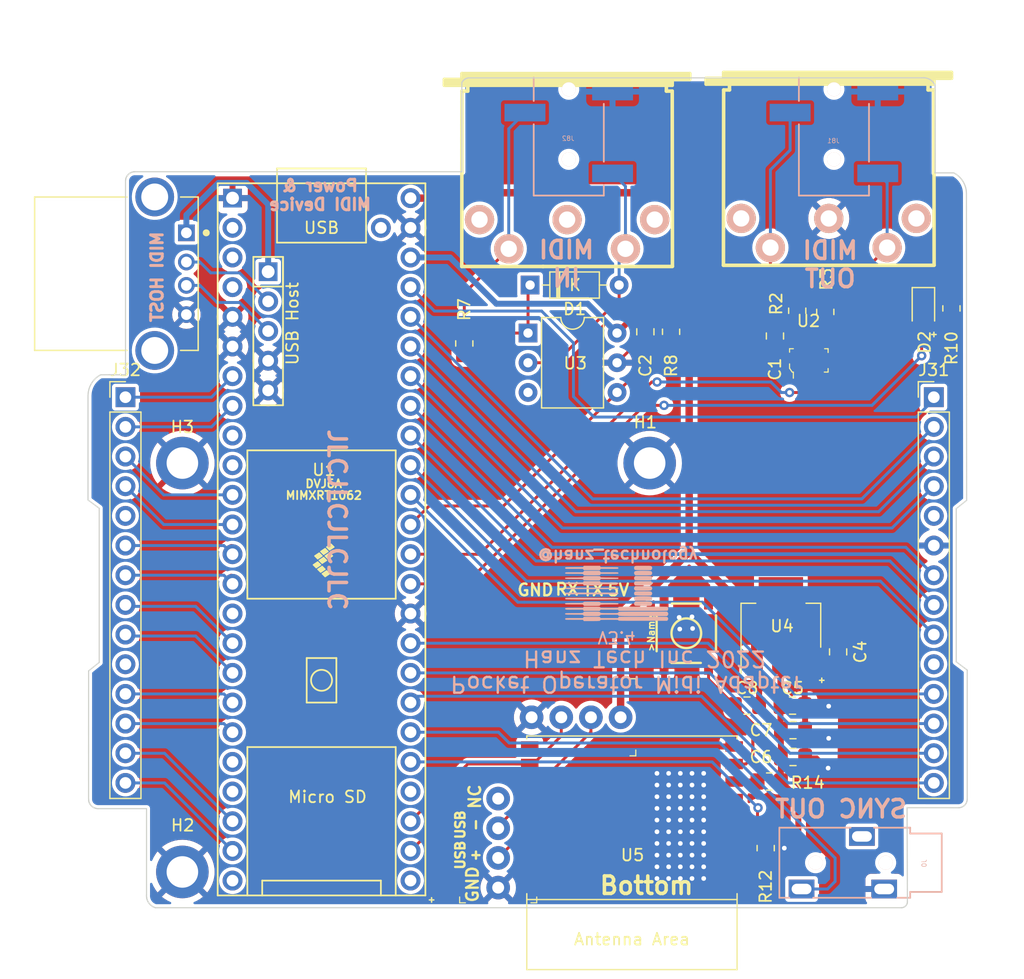
<source format=kicad_pcb>
(kicad_pcb (version 20211014) (generator pcbnew)
  (title_block (rev "3.4"))
  (layers (0 "F.Cu" signal) (31 "B.Cu" signal) (34 "B.Paste" user) (35 "F.Paste" user) (36 "B.SilkS" user "B.Silkscreen") (37 "F.SilkS" user "F.Silkscreen") (38 "B.Mask" user) (39 "F.Mask" user) (44 "Edge.Cuts" user))
  (net 0 "")
  (net 1 "Board_0-/bottom/3.3V")
  (net 2 "Board_0-/bottom/3.3V_ESP32")
  (net 3 "Board_0-/bottom/5V")
  (net 4 "Board_0-/bottom/ESP32_EN")
  (net 5 "Board_0-/bottom/GIPO_PATTERN")
  (net 6 "Board_0-/bottom/GND")
  (net 7 "Board_0-/bottom/GPIO_1")
  (net 8 "Board_0-/bottom/GPIO_10")
  (net 9 "Board_0-/bottom/GPIO_11")
  (net 10 "Board_0-/bottom/GPIO_12")
  (net 11 "Board_0-/bottom/GPIO_13")
  (net 12 "Board_0-/bottom/GPIO_14")
  (net 13 "Board_0-/bottom/GPIO_15")
  (net 14 "Board_0-/bottom/GPIO_16")
  (net 15 "Board_0-/bottom/GPIO_2")
  (net 16 "Board_0-/bottom/GPIO_3")
  (net 17 "Board_0-/bottom/GPIO_4")
  (net 18 "Board_0-/bottom/GPIO_5")
  (net 19 "Board_0-/bottom/GPIO_6")
  (net 20 "Board_0-/bottom/GPIO_7")
  (net 21 "Board_0-/bottom/GPIO_8")
  (net 22 "Board_0-/bottom/GPIO_9")
  (net 23 "Board_0-/bottom/GPIO_BPM")
  (net 24 "Board_0-/bottom/GPIO_FX")
  (net 25 "Board_0-/bottom/GPIO_PLAY")
  (net 26 "Board_0-/bottom/GPIO_SOUND")
  (net 27 "Board_0-/bottom/GPIO_SPECIAL")
  (net 28 "Board_0-/bottom/GPIO_WRITE")
  (net 29 "Board_0-/bottom/H_USB_5V")
  (net 30 "Board_0-/bottom/H_USB_D+")
  (net 31 "Board_0-/bottom/H_USB_D-")
  (net 32 "Board_0-/bottom/MIDI_1_BUF_OUT")
  (net 33 "Board_0-/bottom/MIDI_1_IN")
  (net 34 "Board_0-/bottom/MIDI_1_OUT")
  (net 35 "Board_0-/bottom/MIDI_IN_EXT")
  (net 36 "Board_0-/bottom/MIDI_OUT_EXT")
  (net 37 "Board_0-/bottom/SYNC_OUT")
  (net 38 "Board_0-Net-(C8-Pad1)")
  (net 39 "Board_0-Net-(D1-Pad1)")
  (net 40 "Board_0-Net-(D1-Pad2)")
  (net 41 "Board_0-Net-(D2-Pad1)")
  (net 42 "Board_0-Net-(D2-Pad2)")
  (net 43 "Board_0-Net-(J40-Pad4)")
  (net 44 "Board_0-Net-(J81-Pad2)")
  (net 45 "Board_0-Net-(J81-Pad3)")
  (net 46 "Board_0-Net-(J96-Pad2)")
  (net 47 "Board_0-Net-(J96-Pad3)")
  (net 48 "Board_0-Net-(R14-Pad1)")
  (net 49 "Board_0-unconnected-(J0-Pad3)")
  (net 50 "Board_0-unconnected-(J31-Pad10)")
  (net 51 "Board_0-unconnected-(J31-Pad5)")
  (net 52 "Board_0-unconnected-(J32-Pad10)")
  (net 53 "Board_0-unconnected-(J32-Pad5)")
  (net 54 "Board_0-unconnected-(J40-Pad1)")
  (net 55 "Board_0-unconnected-(J40-Pad2)")
  (net 56 "Board_0-unconnected-(J40-Pad3)")
  (net 57 "Board_0-unconnected-(J90-Pad1)")
  (net 58 "Board_0-unconnected-(J90-Pad3)")
  (net 59 "Board_0-unconnected-(J96-Pad4)")
  (net 60 "Board_0-unconnected-(U1-Pad10)")
  (net 61 "Board_0-unconnected-(U1-Pad15)")
  (net 62 "Board_0-unconnected-(U1-Pad2)")
  (net 63 "Board_0-unconnected-(U1-Pad20)")
  (net 64 "Board_0-unconnected-(U1-Pad21)")
  (net 65 "Board_0-unconnected-(U1-Pad24)")
  (net 66 "Board_0-unconnected-(U1-Pad25)")
  (net 67 "Board_0-unconnected-(U1-Pad28)")
  (net 68 "Board_0-unconnected-(U1-Pad3)")
  (net 69 "Board_0-unconnected-(U1-Pad4)")
  (net 70 "Board_0-unconnected-(U1-Pad49)")
  (net 71 "Board_0-unconnected-(U1-Pad9)")
  (net 72 "Board_0-unconnected-(U2-Pad1)")
  (net 73 "Board_0-unconnected-(U3-Pad3)")
  (net 74 "Board_0-unconnected-(U5-Pad10)")
  (net 75 "Board_0-unconnected-(U5-Pad15)")
  (net 76 "Board_0-unconnected-(U5-Pad16)")
  (net 77 "Board_0-unconnected-(U5-Pad17)")
  (net 78 "Board_0-unconnected-(U5-Pad18)")
  (net 79 "Board_0-unconnected-(U5-Pad3)")
  (net 80 "Board_0-unconnected-(U5-Pad4)")
  (net 81 "Board_0-unconnected-(U5-Pad5)")
  (net 82 "Board_0-unconnected-(U5-Pad6)")
  (footprint "Resistor_SMD:R_0805_2012Metric_Pad1.20x1.40mm_HandSolder" (layer "F.Cu") (at 185.90986 84.68 -90)
    (fp_text reference "R10")
    (fp_text value "50")
  )
  (footprint "Resistor_SMD:R_0805_2012Metric_Pad1.20x1.40mm_HandSolder" (layer "F.Cu") (at 175.10986 84.98 -90)
    (fp_text reference "R3")
    (fp_text value "220")
  )
  (footprint "Resistor_SMD:R_0805_2012Metric_Pad1.20x1.40mm_HandSolder" (layer "F.Cu") (at 170.00986 130.88 90)
    (fp_text reference "R12")
    (fp_text value "10K")
  )
  (footprint "MountingHole:MountingHole_2.7mm_M2.5_ISO7380_Pad" (layer "F.Cu") (at 120.1024 132.18)
    (fp_text reference "H2")
    (fp_text value "MountingHole_Pad")
  )
  (footprint "MountingHole:MountingHole_2.7mm_M2.5_ISO7380_Pad" (layer "F.Cu") (at 120.078 98.08)
    (fp_text reference "H3")
    (fp_text value "MountingHole_Pad")
  )
  (footprint "Resistor_SMD:R_0805_2012Metric_Pad1.20x1.40mm_HandSolder" (layer "F.Cu") (at 161.90986 86.68 -90)
    (fp_text reference "R8")
    (fp_text value "470")
  )
  (footprint "digikey-footprints:PinHeader_1x4_P2.54mm_Drill1.02mm" (layer "F.Cu") (at 147.10986 134.26 90)
    (fp_text reference "J96" hide)
    (fp_text value "0022232041")
  )
  (footprint "Capacitor_SMD:C_0805_2012Metric_Pad1.18x1.45mm_HandSolder" (layer "F.Cu") (at 159.70986 86.68 90)
    (fp_text reference "C2")
    (fp_text value "0.1uF")
  )
  (footprint "Espressif:ESP32-C3-WROOM-02" (layer "F.Cu") (at 158.55986 130.03 180)
    (fp_text reference "U5")
    (fp_text value "ESP32-C3-WROOM-02")
  )
  (footprint "Capacitor_SMD:C_0805_2012Metric_Pad1.18x1.45mm_HandSolder" (layer "F.Cu") (at 168.40986 118.68)
    (fp_text reference "C8")
    (fp_text value "0.1uF")
  )
  (footprint "Connector_PinHeader_2.54mm:PinHeader_1x14_P2.54mm_Vertical" (layer "F.Cu") (at 184.4024 92.28)
    (fp_text reference "J31")
    (fp_text value "Conn_01x14_Female")
  )
  (footprint "digikey-footprints:PinHeader_1x4_P2.54mm_Drill1.02mm" (layer "F.Cu") (at 157.58986 119.68 180)
    (fp_text reference "J99" hide)
    (fp_text value "0022232041")
  )
  (footprint "Capacitor_SMD:C_0805_2012Metric_Pad1.18x1.45mm_HandSolder" (layer "F.Cu") (at 170.8024 87.0425 90)
    (fp_text reference "C1")
    (fp_text value "0.1uF")
  )
  (footprint "digikey-footprints:SOT-753" (layer "F.Cu") (at 173.7024 89.13)
    (fp_text reference "U2")
    (fp_text value "SN74LVC1G07DBVR")
  )
  (footprint "Package_DIP:DIP-6_W7.62mm" (layer "F.Cu") (at 149.66588 86.7912)
    (fp_text reference "U3")
    (fp_text value "H11L1M")
  )
  (footprint "Teensy:Teensy41_poma" (layer "F.Cu") (at 131.98986 104.45 -90)
    (fp_text reference "U1")
    (fp_text value "Teensy4.1")
  )
  (footprint "Connector_PinHeader_2.54mm:PinHeader_1x14_P2.54mm_Vertical" (layer "F.Cu") (at 115.2024 92.28)
    (fp_text reference "J32")
    (fp_text value "Conn_01x14_Female")
  )
  (footprint "Package_TO_SOT_SMD:SOT-223" (layer "F.Cu") (at 171.30986 111.83 90)
    (fp_text reference "U4")
    (fp_text value "LM1117-3.3")
  )
  (footprint "Capacitor_SMD:C_0805_2012Metric_Pad1.18x1.45mm_HandSolder" (layer "F.Cu") (at 176.20986 114.08 90)
    (fp_text reference "C4")
    (fp_text value "1uF")
  )
  (footprint "poma:TE_292303-1" (layer "F.Cu") (at 120.41986 78.21 -90)
    (fp_text reference "J70" hide)
    (fp_text value "USB_A")
  )
  (footprint "Diode_THT:D_DO-35_SOD27_P7.62mm_Horizontal" (layer "F.Cu") (at 149.8424 82.68)
    (fp_text reference "D1")
    (fp_text value "1N914")
  )
  (footprint "Capacitor_SMD:C_0805_2012Metric_Pad1.18x1.45mm_HandSolder" (layer "F.Cu") (at 172.34736 120.78)
    (fp_text reference "C7")
    (fp_text value "10uF")
  )
  (footprint "poma:MIDI_DIN5_NO_ATTACHEMENT" (layer "F.Cu") (at 153.00986 74.08 180)
    (fp_text reference "J40" hide)
    (fp_text value "MIDI_1_IN" hide)
  )
  (footprint "LED_SMD:LED_0805_2012Metric_Pad1.15x1.40mm_HandSolder" (layer "F.Cu") (at 183.50986 84.755 -90)
    (fp_text reference "D2")
    (fp_text value "LED")
  )
  (footprint "poma:TACTILE_SWITCH_SMD_5.2MM" (layer "F.Cu") (at 163.21486 112.486 90)
    (fp_text reference "S1" hide)
    (fp_text value "MOMENTARY-SWITCH-SPST-SMD-5.2MM" hide)
  )
  (footprint "Resistor_SMD:R_0805_2012Metric_Pad1.20x1.40mm_HandSolder" (layer "F.Cu") (at 172.70986 84.88 -90)
    (fp_text reference "R2")
    (fp_text value "220")
  )
  (footprint "Capacitor_SMD:C_0805_2012Metric_Pad1.18x1.45mm_HandSolder" (layer "F.Cu") (at 172.30986 118.68)
    (fp_text reference "C5")
    (fp_text value "10uF")
  )
  (footprint "Capacitor_SMD:C_0805_2012Metric_Pad1.18x1.45mm_HandSolder" (layer "F.Cu") (at 172.34736 123.08)
    (fp_text reference "C6")
    (fp_text value "0.1uF")
  )
  (footprint "MountingHole:MountingHole_2.7mm_M2.5_ISO7380_Pad" (layer "F.Cu") (at 159.7024 97.68)
    (fp_text reference "H1")
    (fp_text value "MountingHole_Pad")
  )
  (footprint "Resistor_SMD:R_0805_2012Metric_Pad1.20x1.40mm_HandSolder" (layer "F.Cu") (at 144.20986 87.68 -90)
    (fp_text reference "R7")
    (fp_text value "220")
  )
  (footprint "Resistor_SMD:R_0805_2012Metric_Pad1.20x1.40mm_HandSolder" (layer "F.Cu") (at 170.30986 125.18)
    (fp_text reference "R14")
    (fp_text value "10K")
  )
  (footprint "poma:MIDI_DIN5_NO_ATTACHEMENT" (layer "F.Cu") (at 175.40986 73.98 180)
    (fp_text reference "J90" hide)
    (fp_text value "MIDI_1_OUT" hide)
  )
  (footprint "jacks:3.5mm_stereo_jack_PJ320B" (layer "B.Cu") (at 153.1524 65.92 180)
    (fp_text reference "J82")
    (fp_text value "PJ-320B" hide)
  )
  (footprint "jacks:3.5mm_stereo_jack_PJ320B" (layer "B.Cu") (at 175.8524 65.92 180)
    (fp_text reference "J81")
    (fp_text value "PJ-320B" hide)
  )
  (footprint "logo:B.SilkS_g842" (layer "B.Cu") (at 157.488865 110.212417)
    (fp_text reference "G***" hide)
    (fp_text value "LOGO" hide)
  )
  (footprint "poma:3.5mm_stereo_jack_PJ320B_THRU" (layer "B.Cu") (at 180.2794 132.13 90)
    (fp_text reference "J0")
    (fp_text value "PJ-320B" hide)
  )
  (gr_line (start 187.192676 74.753882) (end 187.195396 74.85818) (layer "Edge.Cuts") (width 0.1))
  (gr_line (start 144.040594 65.281028) (end 144.062902 65.247991) (layer "Edge.Cuts") (width 0.1))
  (gr_line (start 187.023712 74.047252) (end 187.063484 74.14368) (layer "Edge.Cuts") (width 0.1))
  (gr_line (start 144.062902 65.247991) (end 144.086963 65.216207) (layer "Edge.Cuts") (width 0.1))
  (gr_line (start 186.910602 127.311333) (end 186.845317 127.347569) (layer "Edge.Cuts") (width 0.1))
  (gr_line (start 115.843297 72.996509) (end 115.88453 72.988866) (layer "Edge.Cuts") (width 0.1))
  (gr_line (start 183.672927 64.946399) (end 183.729845 64.956601) (layer "Edge.Cuts") (width 0.1))
  (gr_line (start 184.426831 65.43406) (end 184.456904 65.48345) (layer "Edge.Cuts") (width 0.1))
  (gr_line (start 112.26962 91.144307) (end 112.323962 91.055212) (layer "Edge.Cuts") (width 0.1))
  (gr_line (start 112.315941 127.290148) (end 112.284998 127.260784) (layer "Edge.Cuts") (width 0.1))
  (gr_line (start 186.290571 73.184143) (end 186.3764 73.243601) (layer "Edge.Cuts") (width 0.1))
  (gr_line (start 186.595056 127.419177) (end 186.520459 127.422959) (layer "Edge.Cuts") (width 0.1))
  (gr_line (start 183.557872 64.935088) (end 183.615549 64.939221) (layer "Edge.Cuts") (width 0.1))
  (gr_line (start 186.321 114.929502) (end 187.261 115.64) (layer "Edge.Cuts") (width 0.1))
  (gr_line (start 115.505795 73.15749) (end 115.539065 73.131962) (layer "Edge.Cuts") (width 0.1))
  (gr_line (start 181.619542 135.981613) (end 117.769999 135.981) (layer "Edge.Cuts") (width 0.1))
  (gr_line (start 112.056683 126.812692) (end 112.051121 126.770451) (layer "Edge.Cuts") (width 0.1))
  (gr_line (start 186.845317 127.347569) (end 186.776608 127.377054) (layer "Edge.Cuts") (width 0.1))
  (gr_line (start 184.1959 65.177097) (end 184.239886 65.214634) (layer "Edge.Cuts") (width 0.1))
  (gr_line (start 184.456904 65.48345) (end 184.484324 65.534361) (layer "Edge.Cuts") (width 0.1))
  (gr_line (start 112.100703 126.976975) (end 112.086498 126.936862) (layer "Edge.Cuts") (width 0.1))
  (gr_line (start 115.473867 73.184759) (end 115.505795 73.15749) (layer "Edge.Cuts") (width 0.1))
  (gr_line (start 112.049004 115.7099) (end 112.959 114.97952) (layer "Edge.Cuts") (width 0.1))
  (gr_line (start 112.609007 127.459337) (end 112.568795 127.445097) (layer "Edge.Cuts") (width 0.1))
  (gr_line (start 186.458971 73.307422) (end 186.538101 73.375461) (layer "Edge.Cuts") (width 0.1))
  (gr_line (start 144.112706 65.185771) (end 144.140056 65.156769) (layer "Edge.Cuts") (width 0.1))
  (gr_line (start 112.739948 90.590601) (end 112.822519 90.52678) (layer "Edge.Cuts") (width 0.1))
  (gr_line (start 187.028623 127.219984) (end 186.971969 127.26862) (layer "Edge.Cuts") (width 0.1))
  (gr_line (start 115.68404 73.048261) (end 115.722831 73.032193) (layer "Edge.Cuts") (width 0.1))
  (gr_line (start 186.941806 127.290769) (end 186.910602 127.311333) (layer "Edge.Cuts") (width 0.1))
  (gr_line (start 112.86 127.501) (end 112.77542 127.494704) (layer "Edge.Cuts") (width 0.1))
  (gr_line (start 112.027967 91.829547) (end 112.046911 91.726921) (layer "Edge.Cuts") (width 0.1))
  (gr_line (start 144.26391 65.056718) (end 144.298013 65.036076) (layer "Edge.Cuts") (width 0.1))
  (gr_line (start 184.484324 65.534361) (end 184.509102 65.586967) (layer "Edge.Cuts") (width 0.1))
  (gr_line (start 187.146406 127.075545) (end 187.12584 127.106748) (layer "Edge.Cuts") (width 0.1))
  (gr_line (start 144.560667 64.946696) (end 183.379975 64.939) (layer "Edge.Cuts") (width 0.1))
  (gr_line (start 115.573582 73.108239) (end 115.609383 73.086301) (layer "Edge.Cuts") (width 0.1))
  (gr_line (start 182.103344 135.659665) (end 182.080106 135.707808) (layer "Edge.Cuts") (width 0.1))
  (gr_line (start 112.959 114.97952) (end 112.959 101.790504) (layer "Edge.Cuts") (width 0.1))
  (gr_line (start 182.140999 135.419939) (end 182.144651 135.450927) (layer "Edge.Cuts") (width 0.1))
  (gr_line (start 112.219973 91.236161) (end 112.26962 91.144307) (layer "Edge.Cuts") (width 0.1))
  (gr_line (start 187.127725 74.342193) (end 187.151997 74.443691) (layer "Edge.Cuts") (width 0.1))
  (gr_line (start 182.128791 135.583534) (end 182.113126 135.634699) (layer "Edge.Cuts") (width 0.1))
  (gr_line (start 117.769999 135.981) (end 117.718826 135.963663) (layer "Edge.Cuts") (width 0.1))
  (gr_line (start 115.361822 73.309205) (end 115.38735 73.275935) (layer "Edge.Cuts") (width 0.1))
  (gr_line (start 111.999 92.14) (end 112.014398 91.933021) (layer "Edge.Cuts") (width 0.1))
  (gr_line (start 187.234519 126.870216) (end 187.212154 126.941508) (layer "Edge.Cuts") (width 0.1))
  (gr_line (start 183.786144 64.969799) (end 183.841666 64.985956) (layer "Edge.Cuts") (width 0.1))
  (gr_line (start 184.3591 65.340434) (end 184.394188 65.38633) (layer "Edge.Cuts") (width 0.1))
  (gr_line (start 112.117027 127.016385) (end 112.100703 126.976975) (layer "Edge.Cuts") (width 0.1))
  (gr_line (start 186.685158 73.523403) (end 186.752721 73.60294) (layer "Edge.Cuts") (width 0.1))
  (gr_line (start 186.538101 73.375461) (end 186.613577 73.447533) (layer "Edge.Cuts") (width 0.1))
  (gr_line (start 186.978946 73.952982) (end 187.023712 74.047252) (layer "Edge.Cuts") (width 0.1))
  (gr_line (start 186.201803 73.12927) (end 186.290571 73.184143) (layer "Edge.Cuts") (width 0.1))
  (gr_line (start 117.005582 134.921289) (end 117.00886 134.865118) (layer "Edge.Cuts") (width 0.1))
  (gr_line (start 181.802892 135.948174) (end 181.751942 135.964357) (layer "Edge.Cuts") (width 0.1))
  (gr_line (start 115.262072 73.492923) (end 115.2781 73.454228) (layer "Edge.Cuts") (width 0.1))
  (gr_line (start 117.337536 135.73023) (end 117.297731 135.690346) (layer "Edge.Cuts") (width 0.1))
  (gr_line (start 144.482418 64.961975) (end 144.521321 64.953279) (layer "Edge.Cuts") (width 0.1))
  (gr_line (start 112.453583 127.390143) (end 112.417255 127.367883) (layer "Edge.Cuts") (width 0.1))
  (gr_line (start 115.967965 72.980096) (end 116.00986 72.979) (layer "Edge.Cuts") (width 0.1))
  (gr_line (start 187.063484 74.14368) (end 187.098194 74.242098) (layer "Edge.Cuts") (width 0.1))
  (gr_line (start 112.155676 127.092236) (end 112.135347 127.054793) (layer "Edge.Cuts") (width 0.1))
  (gr_line (start 112.691236 127.48137) (end 112.649858 127.471436) (layer "Edge.Cuts") (width 0.1))
  (gr_line (start 112.064438 126.854532) (end 112.056683 126.812692) (layer "Edge.Cuts") (width 0.1))
  (gr_line (start 144.230972 65.079173) (end 144.26391 65.056718) (layer "Edge.Cuts") (width 0.1))
  (gr_line (start 115.64619 73.066316) (end 115.68404 73.048261) (layer "Edge.Cuts") (width 0.1))
  (gr_line (start 112.086498 126.936862) (end 112.074396 126.896012) (layer "Edge.Cuts") (width 0.1))
  (gr_line (start 184.509102 65.586967) (end 184.510999 73.079) (layer "Edge.Cuts") (width 0.1))
  (gr_line (start 182.052076 135.753388) (end 182.036329 135.775091) (layer "Edge.Cuts") (width 0.1))
  (gr_line (start 187.261 126.69) (end 187.249557 126.797028) (layer "Edge.Cuts") (width 0.1))
  (gr_line (start 117.564616 135.895226) (end 117.515802 135.867079) (layer "Edge.Cuts") (width 0.1))
  (gr_line (start 112.047777 126.727977) (end 112.04666 126.685359) (layer "Edge.Cuts") (width 0.1))
  (gr_line (start 117.718826 135.963663) (end 117.666254 135.943573) (layer "Edge.Cuts") (width 0.1))
  (gr_line (start 112.046911 91.726921) (end 112.071194 91.625372) (layer "Edge.Cuts") (width 0.1))
  (gr_line (start 187.098194 74.242098) (end 187.127725 74.342193) (layer "Edge.Cuts") (width 0.1))
  (gr_line (start 184.3216 65.296416) (end 184.3591 65.340434) (layer "Edge.Cuts") (width 0.1))
  (gr_line (start 113.820007 90.359) (end 115.209 90.368992) (layer "Edge.Cuts") (width 0.1))
  (gr_line (start 183.615549 64.939221) (end 183.672927 64.946399) (layer "Edge.Cuts") (width 0.1))
  (gr_line (start 112.649858 127.471436) (end 112.609007 127.459337) (layer "Edge.Cuts") (width 0.1))
  (gr_line (start 112.529481 127.428813) (end 112.491026 127.410472) (layer "Edge.Cuts") (width 0.1))
  (gr_line (start 186.520459 127.422959) (end 182.111003 127.421) (layer "Edge.Cuts") (width 0.1))
  (gr_line (start 115.414619 73.244007) (end 115.443449 73.213626) (layer "Edge.Cuts") (width 0.1))
  (gr_line (start 186.752721 73.60294) (end 186.816044 73.685893) (layer "Edge.Cuts") (width 0.1))
  (gr_line (start 115.213245 73.696298) (end 115.218726 73.65467) (layer "Edge.Cuts") (width 0.1))
  (gr_line (start 182.144188 135.47782) (end 182.139182 135.531044) (layer "Edge.Cuts") (width 0.1))
  (gr_line (start 115.926158 72.983385) (end 115.967965 72.980096) (layer "Edge.Cuts") (width 0.1))
  (gr_line (start 184.281825 65.254444) (end 184.3216 65.296416) (layer "Edge.Cuts") (width 0.1))
  (gr_line (start 181.673025 135.978758) (end 181.619542 135.981613) (layer "Edge.Cuts") (width 0.1))
  (gr_line (start 115.296176 73.41633) (end 115.316187 73.379477) (layer "Edge.Cuts") (width 0.1))
  (gr_line (start 181.920982 135.885864) (end 181.89866 135.90072) (layer "Edge.Cuts") (width 0.1))
  (gr_line (start 115.88453 72.988866) (end 115.926158 72.983385) (layer "Edge.Cuts") (width 0.1))
  (gr_line (start 187.261 115.64) (end 187.261 126.69) (layer "Edge.Cuts") (width 0.1))
  (gr_line (start 183.379975 64.939) (end 183.500057 64.93401) (layer "Edge.Cuts") (width 0.1))
  (gr_line (start 112.513726 90.806621) (end 112.585379 90.730675) (layer "Edge.Cuts") (width 0.1))
  (gr_line (start 112.051121 126.770451) (end 112.047777 126.727977) (layer "Edge.Cuts") (width 0.1))
  (gr_line (start 115.338099 73.343722) (end 115.361822 73.309205) (layer "Edge.Cuts") (width 0.1))
  (gr_line (start 117.423042 135.803336) (end 117.379346 135.767926) (layer "Edge.Cuts") (width 0.1))
  (gr_line (start 117.379346 135.767926) (end 117.337536 135.73023) (layer "Edge.Cuts") (width 0.1))
  (gr_line (start 112.228002 127.19748) (end 112.202097 127.16372) (layer "Edge.Cuts") (width 0.1))
  (gr_line (start 115.236147 73.572711) (end 115.248072 73.532452) (layer "Edge.Cuts") (width 0.1))
  (gr_line (start 115.226369 73.613437) (end 115.236147 73.572711) (layer "Edge.Cuts") (width 0.1))
  (gr_line (start 183.729845 64.956601) (end 183.786144 64.969799) (layer "Edge.Cuts") (width 0.1))
  (gr_line (start 112.014398 91.933021) (end 112.027967 91.829547) (layer "Edge.Cuts") (width 0.1))
  (gr_line (start 186.971969 127.26862) (end 186.941806 127.290769) (layer "Edge.Cuts") (width 0.1))
  (gr_line (start 112.135347 127.054793) (end 112.117027 127.016385) (layer "Edge.Cuts") (width 0.1))
  (gr_line (start 115.209956 73.738108) (end 115.213245 73.696298) (layer "Edge.Cuts") (width 0.1))
  (gr_line (start 184.239886 65.214634) (end 184.281825 65.254444) (layer "Edge.Cuts") (width 0.1))
  (gr_line (start 186.705365 127.399407) (end 186.668962 127.407855) (layer "Edge.Cuts") (width 0.1))
  (gr_line (start 117.468582 135.836429) (end 117.423042 135.803336) (layer "Edge.Cuts") (width 0.1))
  (gr_line (start 186.321 101.820481) (end 186.321 114.929502) (layer "Edge.Cuts") (width 0.1))
  (gr_line (start 183.949761 65.026957) (end 184.002031 65.051687) (layer "Edge.Cuts") (width 0.1))
  (gr_line (start 184.102242 65.10923) (end 184.149948 65.141908) (layer "Edge.Cuts") (width 0.1))
  (gr_line (start 115.80252 73.0063) (end 115.843297 72.996509) (layer "Edge.Cuts") (width 0.1))
  (gr_line (start 115.443449 73.213626) (end 115.473867 73.184759) (layer "Edge.Cuts") (width 0.1))
  (gr_line (start 187.200999 92.079999) (end 187.210999 101.109998) (layer "Edge.Cuts") (width 0.1))
  (gr_line (start 117.06505 135.308579) (end 117.047873 135.255024) (layer "Edge.Cuts") (width 0.1))
  (gr_line (start 112.733179 127.489144) (end 112.691236 127.48137) (layer "Edge.Cuts") (width 0.1))
  (gr_line (start 184.510999 73.079) (end 186.1101 73.079005) (layer "Edge.Cuts") (width 0.1))
  (gr_line (start 182.001695 135.815879) (end 181.963099 135.852941) (layer "Edge.Cuts") (width 0.1))
  (gr_line (start 112.568795 127.445097) (end 112.529481 127.428813) (layer "Edge.Cuts") (width 0.1))
  (gr_line (start 144.168974 65.129252) (end 144.199296 65.103374) (layer "Edge.Cuts") (width 0.1))
  (gr_line (start 181.725843 135.970504) (end 181.673025 135.978758) (layer "Edge.Cuts") (width 0.1))
  (gr_line (start 112.202097 127.16372) (end 112.177964 127.128608) (layer "Edge.Cuts") (width 0.1))
  (gr_line (start 187.195396 74.85818) (end 187.200999 92.079999) (layer "Edge.Cuts") (width 0.1))
  (gr_line (start 183.896256 65.005026) (end 183.949761 65.026957) (layer "Edge.Cuts") (width 0.1))
  (gr_line (start 187.151997 74.443691) (end 187.170952 74.546368) (layer "Edge.Cuts") (width 0.1))
  (gr_line (start 112.177964 127.128608) (end 112.155676 127.092236) (layer "Edge.Cuts") (width 0.1))
  (gr_line (start 186.776608 127.377054) (end 186.705365 127.399407) (layer "Edge.Cuts") (width 0.1))
  (gr_line (start 187.080136 127.165792) (end 187.028623 127.219984) (layer "Edge.Cuts") (width 0.1))
  (gr_line (start 115.38735 73.275935) (end 115.414619 73.244007) (layer "Edge.Cuts") (width 0.1))
  (gr_line (start 112.04666 126.685359) (end 112.049004 115.7099) (layer "Edge.Cuts") (width 0.1))
  (gr_line (start 186.929325 73.861173) (end 186.978946 73.952982) (layer "Edge.Cuts") (width 0.1))
  (gr_line (start 115.248072 73.532452) (end 115.262072 73.492923) (layer "Edge.Cuts") (width 0.1))
  (gr_line (start 187.182691 127.010171) (end 187.146406 127.075545) (layer "Edge.Cuts") (width 0.1))
  (gr_line (start 182.139182 135.531044) (end 182.128791 135.583534) (layer "Edge.Cuts") (width 0.1))
  (gr_line (start 117.005264 134.97753) (end 117.005582 134.921289) (layer "Edge.Cuts") (width 0.1))
  (gr_line (start 115.316187 73.379477) (end 115.338099 73.343722) (layer "Edge.Cuts") (width 0.1))
  (gr_line (start 144.140056 65.156769) (end 144.168974 65.129252) (layer "Edge.Cuts") (width 0.1))
  (gr_line (start 186.668962 127.407855) (end 186.595056 127.419177) (layer "Edge.Cuts") (width 0.1))
  (gr_line (start 117.515802 135.867079) (end 117.468582 135.836429) (layer "Edge.Cuts") (width 0.1))
  (gr_line (start 186.874957 73.772033) (end 186.929325 73.861173) (layer "Edge.Cuts") (width 0.1))
  (gr_line (start 115.218726 73.65467) (end 115.226369 73.613437) (layer "Edge.Cuts") (width 0.1))
  (gr_line (start 183.500057 64.93401) (end 183.557872 64.935088) (layer "Edge.Cuts") (width 0.1))
  (gr_line (start 144.086963 65.216207) (end 144.112706 65.185771) (layer "Edge.Cuts") (width 0.1))
  (gr_line (start 112.959 101.790504) (end 111.999004 101.080093) (layer "Edge.Cuts") (width 0.1))
  (gr_line (start 187.210999 101.109998) (end 186.321 101.820481) (layer "Edge.Cuts") (width 0.1))
  (gr_line (start 115.722831 73.032193) (end 115.762362 73.018196) (layer "Edge.Cuts") (width 0.1))
  (gr_line (start 117.260118 135.648461) (end 117.224794 135.604696) (layer "Edge.Cuts") (width 0.1))
  (gr_line (start 182.144651 135.450927) (end 182.144188 135.47782) (layer "Edge.Cuts") (width 0.1))
  (gr_line (start 181.751942 135.964357) (end 181.725843 135.970504) (layer "Edge.Cuts") (width 0.1))
  (gr_line (start 117.047873 135.255024) (end 117.033525 135.200589) (layer "Edge.Cuts") (width 0.1))
  (gr_line (start 144.333182 65.017308) (end 144.369264 65.000488) (layer "Edge.Cuts") (width 0.1))
  (gr_line (start 182.113126 135.634699) (end 182.103344 135.659665) (layer "Edge.Cuts") (width 0.1))
  (gr_line (start 112.175207 91.330431) (end 112.219973 91.236161) (layer "Edge.Cuts") (width 0.1))
  (gr_line (start 144.008998 72.979) (end 143.999004 65.349909) (layer "Edge.Cuts") (width 0.1))
  (gr_line (start 117.666254 135.943573) (end 117.614798 135.920738) (layer "Edge.Cuts") (width 0.1))
  (gr_line (start 111.999004 101.080093) (end 111.999 92.14) (layer "Edge.Cuts") (width 0.1))
  (gr_line (start 117.133186 135.462939) (end 117.107796 135.412754) (layer "Edge.Cuts") (width 0.1))
  (gr_line (start 182.036329 135.775091) (end 182.001695 135.815879) (layer "Edge.Cuts") (width 0.1))
  (gr_line (start 184.394188 65.38633) (end 184.426831 65.43406) (layer "Edge.Cuts") (width 0.1))
  (gr_line (start 184.052875 65.07912) (end 184.102242 65.10923) (layer "Edge.Cuts") (width 0.1))
  (gr_line (start 144.443989 64.972776) (end 144.482418 64.961975) (layer "Edge.Cuts") (width 0.1))
  (gr_line (start 112.074396 126.896012) (end 112.064438 126.854532) (layer "Edge.Cuts") (width 0.1))
  (gr_line (start 182.111003 127.421) (end 182.140999 135.419939) (layer "Edge.Cuts") (width 0.1))
  (gr_line (start 117.08504 135.361205) (end 117.06505 135.308579) (layer "Edge.Cuts") (width 0.1))
  (gr_line (start 187.184521 74.649842) (end 187.192676 74.753882) (layer "Edge.Cuts") (width 0.1))
  (gr_line (start 112.071194 91.625372) (end 112.100725 91.525277) (layer "Edge.Cuts") (width 0.1))
  (gr_line (start 112.908304 90.46735) (end 112.997116 90.412448) (layer "Edge.Cuts") (width 0.1))
  (gr_line (start 112.284998 127.260784) (end 112.255671 127.229878) (layer "Edge.Cuts") (width 0.1))
  (gr_line (start 143.999004 65.349909) (end 144.040594 65.281028) (layer "Edge.Cuts") (width 0.1))
  (gr_line (start 112.491026 127.410472) (end 112.453583 127.390143) (layer "Edge.Cuts") (width 0.1))
  (gr_line (start 112.77542 127.494704) (end 112.733179 127.489144) (layer "Edge.Cuts") (width 0.1))
  (gr_line (start 115.2781 73.454228) (end 115.296176 73.41633) (layer "Edge.Cuts") (width 0.1))
  (gr_line (start 112.348339 127.317817) (end 112.315941 127.290148) (layer "Edge.Cuts") (width 0.1))
  (gr_line (start 117.00886 134.865118) (end 117.008999 127.501) (layer "Edge.Cuts") (width 0.1))
  (gr_line (start 112.446166 90.88616) (end 112.513726 90.806621) (layer "Edge.Cuts") (width 0.1))
  (gr_line (start 187.12584 127.106748) (end 187.080136 127.165792) (layer "Edge.Cuts") (width 0.1))
  (gr_line (start 117.013516 135.089831) (end 117.007909 135.033763) (layer "Edge.Cuts") (width 0.1))
  (gr_line (start 117.008999 127.501) (end 112.86 127.501) (layer "Edge.Cuts") (width 0.1))
  (gr_line (start 184.002031 65.051687) (end 184.052875 65.07912) (layer "Edge.Cuts") (width 0.1))
  (gr_line (start 144.199296 65.103374) (end 144.230972 65.079173) (layer "Edge.Cuts") (width 0.1))
  (gr_line (start 117.614798 135.920738) (end 117.564616 135.895226) (layer "Edge.Cuts") (width 0.1))
  (gr_line (start 112.822519 90.52678) (end 112.908304 90.46735) (layer "Edge.Cuts") (width 0.1))
  (gr_line (start 112.135416 91.426908) (end 112.175207 91.330431) (layer "Edge.Cuts") (width 0.1))
  (gr_line (start 186.1101 73.079005) (end 186.201803 73.12927) (layer "Edge.Cuts") (width 0.1))
  (gr_line (start 117.007909 135.033763) (end 117.005264 134.97753) (layer "Edge.Cuts") (width 0.1))
  (gr_line (start 115.209 90.368992) (end 115.209956 73.738108) (layer "Edge.Cuts") (width 0.1))
  (gr_line (start 184.149948 65.141908) (end 184.1959 65.177097) (layer "Edge.Cuts") (width 0.1))
  (gr_line (start 183.841666 64.985956) (end 183.896256 65.005026) (layer "Edge.Cuts") (width 0.1))
  (gr_line (start 117.297731 135.690346) (end 117.260118 135.648461) (layer "Edge.Cuts") (width 0.1))
  (gr_line (start 181.851983 135.926884) (end 181.802892 135.948174) (layer "Edge.Cuts") (width 0.1))
  (gr_line (start 144.406252 64.985622) (end 144.443989 64.972776) (layer "Edge.Cuts") (width 0.1))
  (gr_line (start 117.107796 135.412754) (end 117.08504 135.361205) (layer "Edge.Cuts") (width 0.1))
  (gr_line (start 115.539065 73.131962) (end 115.573582 73.108239) (layer "Edge.Cuts") (width 0.1))
  (gr_line (start 117.224794 135.604696) (end 117.191762 135.559046) (layer "Edge.Cuts") (width 0.1))
  (gr_line (start 186.613577 73.447533) (end 186.685158 73.523403) (layer "Edge.Cuts") (width 0.1))
  (gr_line (start 117.191762 135.559046) (end 117.161208 135.511764) (layer "Edge.Cuts") (width 0.1))
  (gr_line (start 112.382875 90.969072) (end 112.446166 90.88616) (layer "Edge.Cuts") (width 0.1))
  (gr_line (start 117.022062 135.145473) (end 117.013516 135.089831) (layer "Edge.Cuts") (width 0.1))
  (gr_line (start 112.255671 127.229878) (end 112.228002 127.19748) (layer "Edge.Cuts") (width 0.1))
  (gr_line (start 112.323962 91.055212) (end 112.382875 90.969072) (layer "Edge.Cuts") (width 0.1))
  (gr_line (start 112.100725 91.525277) (end 112.135416 91.426908) (layer "Edge.Cuts") (width 0.1))
  (gr_line (start 112.382099 127.343722) (end 112.348339 127.317817) (layer "Edge.Cuts") (width 0.1))
  (gr_line (start 182.080106 135.707808) (end 182.052076 135.753388) (layer "Edge.Cuts") (width 0.1))
  (gr_line (start 112.997116 90.412448) (end 113.089055 90.362178) (layer "Edge.Cuts") (width 0.1))
  (gr_line (start 181.89866 135.90072) (end 181.851983 135.926884) (layer "Edge.Cuts") (width 0.1))
  (gr_line (start 144.521321 64.953279) (end 144.560667 64.946696) (layer "Edge.Cuts") (width 0.1))
  (gr_line (start 112.660856 90.658605) (end 112.739948 90.590601) (layer "Edge.Cuts") (width 0.1))
  (gr_line (start 115.762362 73.018196) (end 115.80252 73.0063) (layer "Edge.Cuts") (width 0.1))
  (gr_line (start 112.585379 90.730675) (end 112.660856 90.658605) (layer "Edge.Cuts") (width 0.1))
  (gr_line (start 117.033525 135.200589) (end 117.022062 135.145473) (layer "Edge.Cuts") (width 0.1))
  (gr_line (start 186.816044 73.685893) (end 186.874957 73.772033) (layer "Edge.Cuts") (width 0.1))
  (gr_line (start 113.089055 90.362178) (end 113.820007 90.359) (layer "Edge.Cuts") (width 0.1))
  (gr_line (start 117.161208 135.511764) (end 117.133186 135.462939) (layer "Edge.Cuts") (width 0.1))
  (gr_line (start 181.963099 135.852941) (end 181.920982 135.885864) (layer "Edge.Cuts") (width 0.1))
  (gr_line (start 187.249557 126.797028) (end 187.234519 126.870216) (layer "Edge.Cuts") (width 0.1))
  (gr_line (start 112.417255 127.367883) (end 112.382099 127.343722) (layer "Edge.Cuts") (width 0.1))
  (gr_line (start 187.170952 74.546368) (end 187.184521 74.649842) (layer "Edge.Cuts") (width 0.1))
  (gr_line (start 116.00986 72.979) (end 144.008998 72.979) (layer "Edge.Cuts") (width 0.1))
  (gr_line (start 115.609383 73.086301) (end 115.64619 73.066316) (layer "Edge.Cuts") (width 0.1))
  (gr_line (start 186.3764 73.243601) (end 186.458971 73.307422) (layer "Edge.Cuts") (width 0.1))
  (gr_line (start 187.212154 126.941508) (end 187.182691 127.010171) (layer "Edge.Cuts") (width 0.1))
  (gr_line (start 144.369264 65.000488) (end 144.406252 64.985622) (layer "Edge.Cuts") (width 0.1))
  (gr_line (start 144.298013 65.036076) (end 144.333182 65.017308) (layer "Edge.Cuts") (width 0.1))
  (gr_text "Pocket Operator Midi Adapter\n   Hanz Tech Inc 2022\n\n\n" (at 158.1024 113.58 180) (layer "B.SilkS") (effects (font (size 1.35 1.35) (thickness 0.2)) (justify mirror)))
  (gr_text "V3.4\n\n" (at 157.2524 112.03 180) (layer "B.SilkS") (effects (font (size 1 1)) (justify mirror)))
  (gr_text "MIDI HOST" (at 117.90986 81.98 90) (layer "B.SilkS") (effects (font (size 1 1) (thickness 0.25)) (justify mirror)))
  (gr_text "JLCJLCJLCJLC" (at 133.30986 102.78 270) (layer "B.SilkS") (effects (font (size 1.5 1.5) (thickness 0.3))))
  (gr_text "  MIDI \n OUT" (at 176.1024 80.93) (layer "B.SilkS") (effects (font (size 1.5 1.5) (thickness 0.3)) (justify mirror)))
  (gr_text "SYNC OUT\n" (at 176.4524 127.53) (layer "B.SilkS") (effects (font (size 1.5 1.5) (thickness 0.3)) (justify mirror)))
  (gr_text "Power &\nMIDI Device" (at 131.8524 74.98) (layer "B.SilkS") (effects (font (size 1 1) (thickness 0.25)) (justify mirror)))
  (gr_text " MIDI \nIN" (at 152.9524 80.88) (layer "B.SilkS") (effects (font (size 1.5 1.5) (thickness 0.3)) (justify mirror)))
  (gr_text "@hanz_technology" (at 157.3524 105.88 180) (layer "B.SilkS") (effects (font (size 1 1) (thickness 0.2)) (justify mirror)))
  (gr_text "GND" (at 144.90986 133.98 90) (layer "F.SilkS") (effects (font (size 1 1) (thickness 0.2))))
  (gr_text "RX" (at 153.0024 108.73) (layer "F.SilkS") (effects (font (size 1 1) (thickness 0.2))))
  (gr_text "TX\n" (at 155.2524 108.78) (layer "F.SilkS") (effects (font (size 1 1) (thickness 0.2))))
  (gr_text "NC\n" (at 145.10986 126.48 90) (layer "F.SilkS") (effects (font (size 1 1) (thickness 0.2))))
  (gr_text "5V" (at 157.4024 108.78) (layer "F.SilkS") (effects (font (size 1 1) (thickness 0.2))))
  (gr_text "GND" (at 150.3024 108.78) (layer "F.SilkS") (effects (font (size 1 1) (thickness 0.2))))
  (gr_text "USB\n-" (at 144.50986 128.88 90) (layer "F.SilkS") (effects (font (size 0.8 0.8) (thickness 0.2))))
  (gr_text "USB\n+" (at 144.50986 131.48 90) (layer "F.SilkS") (effects (font (size 0.8 0.8) (thickness 0.2))))
  (gr_text "Bottom" (at 159.80986 134.08) (layer "F.SilkS") (effects (font (size 1.5 1.5) (thickness 0.3))))
  (gr_text "+" (at 174.80986 116.48) (layer "F.SilkS") (effects (font (size 0.5 0.5) (thickness 0.125))))
  (gr_text "+" (at 141.40986 135.28) (layer "F.SilkS") (effects (font (size 0.5 0.5) (thickness 0.125))))
  (gr_text "+" (at 184.40986 86.88) (layer "F.SilkS") (effects (font (size 0.5 0.5) (thickness 0.125))))
  (segment (start 157.28588 86.7912) (end 158.39708 85.68) (width 0.508) (layer "F.Cu") (net 1))
  (segment (start 159.97236 85.68) (end 160.00986 85.6425) (width 0.508) (layer "F.Cu") (net 1))
  (segment (start 160.00986 85.6425) (end 162.37236 85.6425) (width 0.508) (layer "F.Cu") (net 1))
  (segment (start 162.37236 85.6425) (end 162.40986 85.68) (width 0.508) (layer "F.Cu") (net 1))
  (segment (start 158.39708 85.68) (end 159.97236 85.68) (width 0.508) (layer "F.Cu") (net 1))
  (segment (start 142.9924 80.32) (end 146.9524 84.28) (width 0.508) (layer "B.Cu") (net 1))
  (segment (start 154.77468 84.28) (end 157.28588 86.7912) (width 0.508) (layer "B.Cu") (net 1))
  (segment (start 139.60986 80.32) (end 142.9924 80.32) (width 0.508) (layer "B.Cu") (net 1))
  (segment (start 146.9524 84.28) (end 154.77468 84.28) (width 0.508) (layer "B.Cu") (net 1))
  (segment (start 171.27236 115.0175) (end 171.30986 114.98) (width 0.508) (layer "F.Cu") (net 2))
  (segment (start 171.27236 118.68) (end 171.27236 120.7425) (width 0.508) (layer "F.Cu") (net 2))
  (segment (start 171.30986 116.488) (end 171.30986 114.98) (width 0.508) (layer "F.Cu") (net 2))
  (segment (start 171.30986 125.18) (end 172.8024 126.67254) (width 0.508) (layer "F.Cu") (net 2))
  (segment (start 171.30986 120.78) (end 171.30986 125.045798) (width 0.508) (layer "F.Cu") (net 2))
  (segment (start 170.0024 134.18) (end 167.30986 134.18) (width 0.508) (layer "F.Cu") (net 2))
  (segment (start 171.27236 118.68) (end 171.27236 115.0175) (width 0.508) (layer "F.Cu") (net 2))
  (segment (start 172.8024 126.67254) (end 172.8024 131.38) (width 0.508) (layer "F.Cu") (net 2))
  (segment (start 172.8024 131.38) (end 170.0024 134.18) (width 0.508) (layer "F.Cu") (net 2))
  (segment (start 167.75986 134.18) (end 168.367062 134.18) (width 0.508) (layer "F.Cu") (net 2))
  (segment (start 171.27236 120.7425) (end 171.30986 120.78) (width 0.508) (layer "F.Cu") (net 2))
  (segment (start 173.60986 114.98) (end 173.60986 114.395978) (width 0.635) (layer "F.Cu") (net 3))
  (segment (start 163.45986 98.53) (end 163.45986 99.93) (width 0.635) (layer "F.Cu") (net 3))
  (segment (start 163.45986 99.93) (end 163.45986 100.83) (width 0.635) (layer "F.Cu") (net 3))
  (segment (start 163.45986 88.33) (end 163.45986 98.53) (width 0.635) (layer "F.Cu") (net 3))
  (segment (start 163.45986 105.53) (end 169.80986 111.88) (width 0.635) (layer "F.Cu") (net 3))
  (segment (start 171.093882 111.88) (end 169.80986 111.88) (width 0.635) (layer "F.Cu") (net 3))
  (segment (start 139.60986 75.24) (end 141.2924 75.24) (width 0.635) (layer "F.Cu") (net 3))
  (segment (start 163.45986 89.93) (end 163.45986 88.33) (width 0.508) (layer "F.Cu") (net 3))
  (segment (start 172.7524 85.92254) (end 172.70986 85.88) (width 0.25) (layer "F.Cu") (net 3))
  (segment (start 172.70986 85.88) (end 165.10986 85.88) (width 0.508) (layer "F.Cu") (net 3))
  (segment (start 163.65613 84.42627) (end 163.45986 84.23) (width 0.508) (layer "F.Cu") (net 3))
  (segment (start 157.58986 111.4) (end 158.60986 110.38) (width 0.635) (layer "F.Cu") (net 3))
  (segment (start 163.45986 84.23) (end 163.45986 84.77254) (width 0.635) (layer "F.Cu") (net 3))
  (segment (start 176.07236 114.98) (end 176.20986 115.1175) (width 0.508) (layer "F.Cu") (net 3))
  (segment (start 173.60986 114.98) (end 176.07236 114.98) (width 0.508) (layer "F.Cu") (net 3))
  (segment (start 141.2924 75.24) (end 141.7524 74.78) (width 0.635) (layer "F.Cu") (net 3))
  (segment (start 165.10986 85.88) (end 163.65613 84.42627) (width 0.508) (layer "F.Cu") (net 3))
  (segment (start 173.60986 114.395978) (end 171.093882 111.88) (width 0.635) (layer "F.Cu") (net 3))
  (segment (start 158.60986 110.38) (end 163.45986 105.53) (width 0.635) (layer "F.Cu") (net 3))
  (segment (start 163.45986 98.53) (end 163.45986 99.03) (width 0.508) (layer "F.Cu") (net 3))
  (segment (start 141.7524 74.78) (end 161.85986 74.78) (width 0.635) (layer "F.Cu") (net 3))
  (segment (start 163.45986 84.77254) (end 163.45986 88.33) (width 0.635) (layer "F.Cu") (net 3))
  (segment (start 163.45986 76.38) (end 163.45986 84.77254) (width 0.635) (layer "F.Cu") (net 3))
  (segment (start 157.58986 119.68) (end 157.58986 111.4) (width 0.635) (layer "F.Cu") (net 3))
  (segment (start 161.85986 74.78) (end 163.45986 76.38) (width 0.635) (layer "F.Cu") (net 3))
  (segment (start 163.45986 100.83) (end 163.45986 105.53) (width 0.635) (layer "F.Cu") (net 3))
  (segment (start 172.7524 87.78) (end 172.7524 85.92254) (width 0.25) (layer "F.Cu") (net 3))
  (segment (start 168.70986 131.0425) (end 170.00986 129.7425) (width 0.25) (layer "F.Cu") (net 4))
  (segment (start 169.30986 127.48) (end 169.30986 129.0425) (width 0.25) (layer "F.Cu") (net 4))
  (segment (start 168.30986 132.68) (end 168.70986 132.28) (width 0.25) (layer "F.Cu") (net 4))
  (segment (start 169.30986 129.0425) (end 170.00986 129.7425) (width 0.25) (layer "F.Cu") (net 4))
  (segment (start 168.70986 132.28) (end 168.70986 131.0425) (width 0.25) (layer "F.Cu") (net 4))
  (segment (start 167.30986 132.68) (end 168.30986 132.68) (width 0.25) (layer "F.Cu") (net 4))
  (via (at 169.3524 127.43) (size 0.8) (drill 0.4) (layers "F.Cu" "B.Cu") (net 4))
  (segment (start 165.4224 123.5) (end 169.3524 127.43) (width 0.25) (layer "B.Cu") (net 4))
  (segment (start 139.60986 123.5) (end 165.4224 123.5) (width 0.25) (layer "B.Cu") (net 4))
  (segment (start 184.4024 122.76) (end 172.09078 122.76) (width 0.25) (layer "B.Cu") (net 5))
  (segment (start 172.09078 122.76) (end 165.21078 115.88) (width 0.25) (layer "B.Cu") (net 5))
  (segment (start 165.21078 115.88) (end 139.60986 115.88) (width 0.25) (layer "B.Cu") (net 5))
  (segment (start 173.38486 120.78) (end 173.38486 118.7175) (width 0.508) (layer "F.Cu") (net 6))
  (segment (start 170.6024 131.88) (end 171.6024 130.88) (width 0.25) (layer "F.Cu") (net 6))
  (segment (start 170.00986 131.88) (end 170.6024 131.88) (width 0.25) (layer "F.Cu") (net 6))
  (segment (start 174.6524 89.63) (end 174.6524 90.48) (width 0.25) (layer "F.Cu") (net 6))
  (segment (start 174.4024 123.08) (end 175.3524 124.03) (width 0.25) (layer "F.Cu") (net 6))
  (segment (start 174.1024 89.08) (end 174.6524 89.63) (width 0.25) (layer "F.Cu") (net 6))
  (segment (start 173.38486 120.78) (end 173.38486 123.08) (width 0.508) (layer "F.Cu") (net 6))
  (segment (start 158.89958 87.7175) (end 159.70986 87.7175) (width 0.25) (layer "F.Cu") (net 6))
  (segment (start 173.38486 118.7175) (end 173.34736 118.68) (width 0.508) (layer "F.Cu") (net 6))
  (segment (start 171.8024 89.08) (end 174.1024 89.08) (width 0.25) (layer "F.Cu") (net 6))
  (segment (start 170.8024 88.08) (end 171.8024 89.08) (width 0.25) (layer "F.Cu") (net 6))
  (segment (start 161.30986 115.28) (end 161.30986 115.68) (width 0.25) (layer "F.Cu") (net 6))
  (segment (start 174.7024 120.78) (end 175.4024 121.48) (width 0.25) (layer "F.Cu") (net 6))
  (segment (start 157.28588 89.3312) (end 158.89958 87.7175) (width 0.25) (layer "F.Cu") (net 6))
  (segment (start 173.38486 123.08) (end 174.4024 123.08) (width 0.25) (layer "F.Cu") (net 6))
  (segment (start 173.38486 123.08) (end 173.60986 123.08) (width 0.508) (layer "F.Cu") (net 6))
  (segment (start 175.3524 118.68) (end 175.4024 118.73) (width 0.25) (layer "F.Cu") (net 6))
  (segment (start 173.38486 120.78) (end 174.7024 120.78) (width 0.25) (layer "F.Cu") (net 6))
  (via (at 164.7024 127.48) (size 0.8) (drill 0.4) (layers "F.Cu" "B.Cu") (net 6))
  (via (at 164.7024 132.48) (size 0.8) (drill 0.4) (layers "F.Cu" "B.Cu") (net 6))
  (via (at 163.7024 132.48) (size 0.8) (drill 0.4) (layers "F.Cu" "B.Cu") (net 6))
  (via (at 164.7024 133.48) (size 0.8) (drill 0.4) (layers "F.Cu" "B.Cu") (net 6))
  (via (at 164.7024 124.48) (size 0.8) (drill 0.4) (layers "F.Cu" "B.Cu") (net 6))
  (via (at 161.7024 124.48) (size 0.8) (drill 0.4) (layers "F.Cu" "B.Cu") (net 6))
  (via (at 171.6024 130.88) (size 0.8) (drill 0.4) (layers "F.Cu" "B.Cu") (net 6))
  (via (at 163.7024 111.08) (size 0.8) (drill 0.4) (layers "F.Cu" "B.Cu") (net 6))
  (via (at 161.7024 126.48) (size 0.8) (drill 0.4) (layers "F.Cu" "B.Cu") (net 6))
  (via (at 175.4024 118.73) (size 0.8) (drill 0.4) (layers "F.Cu" "B.Cu") (net 6))
  (via (at 162.7024 124.48) (size 0.8) (drill 0.4) (layers "F.Cu" "B.Cu") (net 6))
  (via (at 163.7024 128.48) (size 0.8) (drill 0.4) (layers "F.Cu" "B.Cu") (net 6))
  (via (at 161.7024 132.48) (size 0.8) (drill 0.4) (layers "F.Cu" "B.Cu") (net 6))
  (via (at 160.7024 126.48) (size 0.8) (drill 0.4) (layers "F.Cu" "B.Cu") (net 6))
  (via (at 163.7524 112.08) (size 0.8) (drill 0.4) (layers "F.Cu" "B.Cu") (net 6))
  (via (at 163.7024 127.48) (size 0.8) (drill 0.4) (layers "F.Cu" "B.Cu") (net 6))
  (via (at 164.7024 128.48) (size 0.8) (drill 0.4) (layers "F.Cu" "B.Cu") (net 6))
  (via (at 160.7024 133.48) (size 0.8) (drill 0.4) (layers "F.Cu" "B.Cu") (net 6))
  (via (at 163.7024 129.48) (size 0.8) (drill 0.4) (layers "F.Cu" "B.Cu") (net 6))
  (via (at 162.7024 126.48) (size 0.8) (drill 0.4) (layers "F.Cu" "B.Cu") (net 6))
  (via (at 164.7024 129.48) (size 0.8) (drill 0.4) (layers "F.Cu" "B.Cu") (net 6))
  (via (at 164.7024 131.48) (size 0.8) (drill 0.4) (layers "F.Cu" "B.Cu") (net 6))
  (via (at 163.7024 126.48) (size 0.8) (drill 0.4) (layers "F.Cu" "B.Cu") (net 6))
  (via (at 161.7024 128.48) (size 0.8) (drill 0.4) (layers "F.Cu" "B.Cu") (net 6))
  (via (at 162.7024 132.48) (size 0.8) (drill 0.4) (layers "F.Cu" "B.Cu") (net 6))
  (via (at 162.7024 125.48) (size 0.8) (drill 0.4) (layers "F.Cu" "B.Cu") (net 6))
  (via (at 162.7024 127.48) (size 0.8) (drill 0.4) (layers "F.Cu" "B.Cu") (net 6))
  (via (at 162.6524 112.13) (size 0.8) (drill 0.4) (layers "F.Cu" "B.Cu") (net 6))
  (via (at 164.7024 130.48) (size 0.8) (drill 0.4) (layers "F.Cu" "B.Cu") (net 6))
  (via (at 163.7024 125.48) (size 0.8) (drill 0.4) (layers "F.Cu" "B.Cu") (net 6))
  (via (at 160.7024 128.48) (size 0.8) (drill 0.4) (layers "F.Cu" "B.Cu") (net 6))
  (via (at 162.7024 130.48) (size 0.8) (drill 0.4) (layers "F.Cu" "B.Cu") (net 6))
  (via (at 160.7024 127.48) (size 0.8) (drill 0.4) (layers "F.Cu" "B.Cu") (net 6))
  (via (at 162.6024 111.13) (size 0.8) (drill 0.4) (layers "F.Cu" "B.Cu") (net 6))
  (via (at 161.7024 130.48) (size 0.8) (drill 0.4) (layers "F.Cu" "B.Cu") (net 6))
  (via (at 175.3524 124.03) (size 0.8) (drill 0.4) (layers "F.Cu" "B.Cu") (net 6))
  (via (at 163.7024 133.48) (size 0.8) (drill 0.4) (layers "F.Cu" "B.Cu") (net 6))
  (via (at 161.7024 133.48) (size 0.8) (drill 0.4) (layers "F.Cu" "B.Cu") (net 6))
  (via (at 164.7024 126.48) (size 0.8) (drill 0.4) (layers "F.Cu" "B.Cu") (net 6))
  (via (at 161.7024 127.48) (size 0.8) (drill 0.4) (layers "F.Cu" "B.Cu") (net 6))
  (via (at 162.7024 128.48) (size 0.8) (drill 0.4) (layers "F.Cu" "B.Cu") (net 6))
  (via (at 162.7024 133.48) (size 0.8) (drill 0.4) (layers "F.Cu" "B.Cu") (net 6))
  (via (at 164.7024 125.48) (size 0.8) (drill 0.4) (layers "F.Cu" "B.Cu") (net 6))
  (via (at 175.4024 121.48) (size 0.8) (drill 0.4) (layers "F.Cu" "B.Cu") (net 6))
  (via (at 161.7024 125.48) (size 0.8) (drill 0.4) (layers "F.Cu" "B.Cu") (net 6))
  (via (at 162.7024 131.48) (size 0.8) (drill 0.4) (layers "F.Cu" "B.Cu") (net 6))
  (via (at 161.7024 131.48) (size 0.8) (drill 0.4) (layers "F.Cu" "B.Cu") (net 6))
  (via (at 160.7024 125.48) (size 0.8) (drill 0.4) (layers "F.Cu" "B.Cu") (net 6))
  (via (at 160.7024 132.48) (size 0.8) (drill 0.4) (layers "F.Cu" "B.Cu") (net 6))
  (via (at 161.7024 129.48) (size 0.8) (drill 0.4) (layers "F.Cu" "B.Cu") (net 6))
  (via (at 160.7024 130.48) (size 0.8) (drill 0.4) (layers "F.Cu" "B.Cu") (net 6))
  (via (at 160.7024 131.48) (size 0.8) (drill 0.4) (layers "F.Cu" "B.Cu") (net 6))
  (via (at 160.7024 129.48) (size 0.8) (drill 0.4) (layers "F.Cu" "B.Cu") (net 6))
  (via (at 160.7024 124.48) (size 0.8) (drill 0.4) (layers "F.Cu" "B.Cu") (net 6))
  (via (at 163.7024 131.48) (size 0.8) (drill 0.4) (layers "F.Cu" "B.Cu") (net 6))
  (via (at 163.7024 130.48) (size 0.8) (drill 0.4) (layers "F.Cu" "B.Cu") (net 6))
  (via (at 162.7024 129.48) (size 0.8) (drill 0.4) (layers "F.Cu" "B.Cu") (net 6))
  (via (at 163.7024 124.48) (size 0.8) (drill 0.4) (layers "F.Cu" "B.Cu") (net 6))
  (segment (start 164.6024 109.83) (end 172.4524 117.68) (width 0.25) (layer "B.Cu") (net 7))
  (segment (start 149.3524 109.83) (end 164.6024 109.83) (width 0.25) (layer "B.Cu") (net 7))
  (segment (start 139.60986 100.64) (end 148.79986 109.83) (width 0.25) (layer "B.Cu") (net 7))
  (segment (start 172.4524 117.68) (end 184.4024 117.68) (width 0.25) (layer "B.Cu") (net 7))
  (segment (start 148.79986 109.83) (end 149.3524 109.83) (width 0.25) (layer "B.Cu") (net 7))
  (segment (start 179.6824 102.08) (end 184.4024 97.36) (width 0.25) (layer "B.Cu") (net 8))
  (segment (start 153.74986 102.08) (end 179.6824 102.08) (width 0.25) (layer "B.Cu") (net 8))
  (segment (start 139.60986 87.94) (end 153.74986 102.08) (width 0.25) (layer "B.Cu") (net 8))
  (segment (start 180.8224 103.48) (end 184.4024 99.9) (width 0.25) (layer "B.Cu") (net 9))
  (segment (start 139.60986 90.48) (end 152.60986 103.48) (width 0.25) (layer "B.Cu") (net 9))
  (segment (start 152.60986 103.48) (end 180.8224 103.48) (width 0.25) (layer "B.Cu") (net 9))
  (segment (start 124.25538 105.10552) (end 124.40986 105.26) (width 0.508) (layer "F.Cu") (net 10))
  (segment (start 115.2024 104.98) (end 123.62986 104.98) (width 0.25) (layer "B.Cu") (net 10))
  (segment (start 123.62986 104.98) (end 124.36986 105.72) (width 0.25) (layer "B.Cu") (net 10))
  (segment (start 155.3024 93.98) (end 182.9024 93.98) (width 0.25) (layer "B.Cu") (net 11))
  (segment (start 150.83092 84.90852) (end 153.5524 87.63) (width 0.25) (layer "B.Cu") (net 11))
  (segment (start 153.5524 92.23) (end 155.3024 93.98) (width 0.25) (layer "B.Cu") (net 11))
  (segment (start 184.4024 92.48) (end 184.4024 92.28) (width 0.25) (layer "B.Cu") (net 11))
  (segment (start 139.60986 82.86) (end 141.65838 84.90852) (width 0.25) (layer "B.Cu") (net 11))
  (segment (start 141.65838 84.90852) (end 150.83092 84.90852) (width 0.25) (layer "B.Cu") (net 11))
  (segment (start 153.5524 87.63) (end 153.5524 92.23) (width 0.25) (layer "B.Cu") (net 11))
  (segment (start 182.9024 93.98) (end 184.4024 92.48) (width 0.25) (layer "B.Cu") (net 11))
  (segment (start 122.56986 92.28) (end 124.36986 90.48) (width 0.25) (layer "B.Cu") (net 12))
  (segment (start 115.2024 92.28) (end 122.56986 92.28) (width 0.25) (layer "B.Cu") (net 12))
  (segment (start 122.56986 94.82) (end 124.36986 93.02) (width 0.25) (layer "B.Cu") (net 13))
  (segment (start 115.2024 94.82) (end 122.56986 94.82) (width 0.25) (layer "B.Cu") (net 13))
  (segment (start 118.4824 103.18) (end 124.36986 103.18) (width 0.25) (layer "B.Cu") (net 14))
  (segment (start 115.2024 99.9) (end 118.4824 103.18) (width 0.25) (layer "B.Cu") (net 14))
  (segment (start 139.60986 98.1) (end 140.22986 98.1) (width 0.25) (layer "B.Cu") (net 15))
  (segment (start 139.60986 98.1) (end 149.53986 108.03) (width 0.25) (layer "B.Cu") (net 15))
  (segment (start 149.53986 108.03) (end 179.8324 108.03) (width 0.25) (layer "B.Cu") (net 15))
  (segment (start 179.8324 108.03) (end 184.4024 112.6) (width 0.25) (layer "B.Cu") (net 15))
  (segment (start 115.2024 120.22) (end 123.62986 120.22) (width 0.25) (layer "B.Cu") (net 16))
  (segment (start 123.62986 120.22) (end 124.36986 120.96) (width 0.25) (layer "B.Cu") (net 16))
  (segment (start 115.2024 122.76) (end 118.54986 122.76) (width 0.25) (layer "B.Cu") (net 17))
  (segment (start 118.54986 122.76) (end 124.36986 128.58) (width 0.25) (layer "B.Cu") (net 17))
  (segment (start 139.60986 95.56) (end 150.34983 106.29997) (width 0.25) (layer "B.Cu") (net 18))
  (segment (start 180.64237 106.29997) (end 184.4024 110.06) (width 0.25) (layer "B.Cu") (net 18))
  (segment (start 150.34983 106.29997) (end 180.64237 106.29997) (width 0.25) (layer "B.Cu") (net 18))
  (segment (start 182.0124 105.13) (end 184.4024 107.52) (width 0.25) (layer "B.Cu") (net 19))
  (segment (start 139.60986 93.02) (end 151.71986 105.13) (width 0.25) (layer "B.Cu") (net 19))
  (segment (start 151.71986 105.13) (end 182.0124 105.13) (width 0.25) (layer "B.Cu") (net 19))
  (segment (start 121.21538 110.18552) (end 124.36986 113.34) (width 0.25) (layer "B.Cu") (net 20))
  (segment (start 115.0982 110.18552) (end 121.21538 110.18552) (width 0.25) (layer "B.Cu") (net 20))
  (segment (start 115.0982 112.72552) (end 121.21538 112.72552) (width 0.25) (layer "B.Cu") (net 21))
  (segment (start 121.21538 112.72552) (end 124.36986 115.88) (width 0.25) (layer "B.Cu") (net 21))
  (segment (start 139.60986 85.4) (end 155.18986 100.98) (width 0.25) (layer "B.Cu") (net 22))
  (segment (start 155.18986 100.98) (end 178.2424 100.98) (width 0.25) (layer "B.Cu") (net 22))
  (segment (start 178.2424 100.98) (end 184.4024 94.82) (width 0.25) (layer "B.Cu") (net 22))
  (segment (start 171.94986 120.22) (end 165.06986 113.34) (width 0.25) (layer "B.Cu") (net 23))
  (segment (start 184.4024 120.22) (end 171.94986 120.22) (width 0.25) (layer "B.Cu") (net 23))
  (segment (start 165.06986 113.34) (end 139.60986 113.34) (width 0.25) (layer "B.Cu") (net 23))
  (segment (start 123.62986 117.68) (end 124.36986 118.42) (width 0.25) (layer "B.Cu") (net 24))
  (segment (start 115.2024 117.68) (end 123.62986 117.68) (width 0.25) (layer "B.Cu") (net 24))
  (segment (start 124.25538 107.64552) (end 124.40986 107.8) (width 0.508) (layer "F.Cu") (net 25))
  (segment (start 123.62986 107.52) (end 124.36986 108.26) (width 0.25) (layer "B.Cu") (net 25))
  (segment (start 115.2024 107.52) (end 123.62986 107.52) (width 0.25) (layer "B.Cu") (net 25))
  (segment (start 184.4024 125.3) (end 171.92986 125.3) (width 0.25) (layer "B.Cu") (net 26))
  (segment (start 140.14986 117.88) (end 139.60986 118.42) (width 0.25) (layer "B.Cu") (net 26))
  (segment (start 171.92986 125.3) (end 164.50986 117.88) (width 0.25) (layer "B.Cu") (net 26))
  (segment (start 164.50986 117.88) (end 140.14986 117.88) (width 0.25) (layer "B.Cu") (net 26))
  (segment (start 115.2024 125.3) (end 118.54986 125.3) (width 0.25) (layer "B.Cu") (net 27))
  (segment (start 118.54986 125.3) (end 124.36986 131.12) (width 0.25) (layer "B.Cu") (net 27))
  (segment (start 115.2024 97.36) (end 118.4824 100.64) (width 0.25) (layer "B.Cu") (net 28))
  (segment (start 118.4824 100.64) (end 124.36986 100.64) (width 0.25) (layer "B.Cu") (net 28))
  (segment (start 123.166659 73.935999) (end 125.573061 73.935999) (width 0.508) (layer "B.Cu") (net 29))
  (segment (start 120.41986 78.21) (end 120.41986 76.682798) (width 0.508) (layer "B.Cu") (net 29))
  (segment (start 127.42066 75.783598) (end 127.42066 81.5392) (width 0.508) (layer "B.Cu") (net 29))
  (segment (start 120.41986 76.682798) (end 123.166659 73.935999) (width 0.508) (layer "B.Cu") (net 29))
  (segment (start 125.573061 73.935999) (end 127.42066 75.783598) (width 0.508) (layer "B.Cu") (net 29))
  (segment (start 121.57986 82.71) (end 123.044859 84.174999) (width 0.25) (layer "B.Cu") (net 30))
  (segment (start 124.976459 84.174999) (end 127.42066 86.6192) (width 0.25) (layer "B.Cu") (net 30))
  (segment (start 123.044859 84.174999) (end 124.976459 84.174999) (width 0.25) (layer "B.Cu") (net 30))
  (segment (start 120.41986 82.71) (end 121.57986 82.71) (width 0.25) (layer "B.Cu") (net 30))
  (segment (start 124.976459 81.634999) (end 127.42066 84.0792) (width 0.25) (layer "B.Cu") (net 31))
  (segment (start 120.41986 80.71) (end 121.57986 80.71) (width 0.25) (layer "B.Cu") (net 31))
  (segment (start 121.57986 80.71) (end 122.504859 81.634999) (width 0.25) (layer "B.Cu") (net 31))
  (segment (start 122.504859 81.634999) (end 124.976459 81.634999) (width 0.25) (layer "B.Cu") (net 31))
  (segment (start 174.6524 87.78) (end 174.6524 86.43746) (width 0.25) (layer "F.Cu") (net 32))
  (segment (start 175.22986 86.1) (end 175.10986 85.98) (width 0.25) (layer "F.Cu") (net 32))
  (segment (start 174.6524 86.43746) (end 175.10986 85.98) (width 0.25) (layer "F.Cu") (net 32))
  (segment (start 141.19752 101.59234) (end 147.56474 101.59234) (width 0.25) (layer "F.Cu") (net 33))
  (segment (start 157.28588 91.8712) (end 161.47708 87.68) (width 0.25) (layer "F.Cu") (net 33))
  (segment (start 161.47708 87.68) (end 161.90986 87.68) (width 0.25) (layer "F.Cu") (net 33))
  (segment (start 139.60986 103.18) (end 141.19752 101.59234) (width 0.25) (layer "F.Cu") (net 33))
  (segment (start 147.56474 101.59234) (end 157.28588 91.8712) (width 0.25) (layer "F.Cu") (net 33))
  (segment (start 161.47708 87.68) (end 162.00986 87.68) (width 0.25) (layer "F.Cu") (net 33))
  (segment (start 160.2524 90.98) (end 160.70986 90.98) (width 0.25) (layer "F.Cu") (net 34))
  (segment (start 142.1924 105.72) (end 142.2024 105.73) (width 0.25) (layer "F.Cu") (net 34))
  (segment (start 139.60986 105.72) (end 142.1924 105.72) (width 0.25) (layer "F.Cu") (net 34))
  (segment (start 142.2024 105.73) (end 145.5024 105.73) (width 0.25) (layer "F.Cu") (net 34))
  (segment (start 145.5024 105.73) (end 160.2524 90.98) (width 0.25) (layer "F.Cu") (net 34))
  (segment (start 173.7024 91.63) (end 173.7024 90.48) (width 0.25) (layer "F.Cu") (net 34))
  (segment (start 173.4524 91.88) (end 173.7024 91.63) (width 0.25) (layer "F.Cu") (net 34))
  (segment (start 172.0524 91.88) (end 173.4524 91.88) (width 0.25) (layer "F.Cu") (net 34))
  (via (at 160.70986 90.98) (size 0.8) (drill 0.4) (layers "F.Cu" "B.Cu") (net 34))
  (via (at 172.0524 91.88) (size 0.8) (drill 0.4) (layers "F.Cu" "B.Cu") (net 34))
  (segment (start 160.70986 90.98) (end 170.4524 90.98) (width 0.25) (layer "B.Cu") (net 34))
  (segment (start 170.4524 90.98) (end 171.3524 91.88) (width 0.25) (layer "B.Cu") (net 34))
  (segment (start 171.3524 91.88) (end 172.0524 91.88) (width 0.25) (layer "B.Cu") (net 34))
  (segment (start 145.54986 125.18) (end 139.60986 131.12) (width 0.25) (layer "F.Cu") (net 35))
  (segment (start 155.04986 120.94) (end 155.04986 119.68) (width 0.25) (layer "F.Cu") (net 35))
  (segment (start 150.80986 125.18) (end 155.04986 120.94) (width 0.25) (layer "F.Cu") (net 35))
  (segment (start 149.80986 125.18) (end 150.80986 125.18) (width 0.25) (layer "F.Cu") (net 35))
  (segment (start 149.80986 125.18) (end 150.38986 125.18) (width 0.25) (layer "F.Cu") (net 35))
  (segment (start 149.884858 125.18) (end 145.54986 125.18) (width 0.25) (layer "F.Cu") (net 35))
  (segment (start 139.60986 128.58) (end 144.30986 123.88) (width 0.25) (layer "F.Cu") (net 36))
  (segment (start 149.80986 123.68) (end 150.10986 123.68) (width 0.25) (layer "F.Cu") (net 36))
  (segment (start 150.10986 123.68) (end 152.50986 121.28) (width 0.25) (layer "F.Cu") (net 36))
  (segment (start 152.50986 121.28) (end 152.50986 119.68) (width 0.25) (layer "F.Cu") (net 36))
  (segment (start 149.80986 123.68) (end 144.50986 123.68) (width 0.25) (layer "F.Cu") (net 36))
  (segment (start 144.50986 123.68) (end 144.30986 123.88) (width 0.25) (layer "F.Cu") (net 36))
  (segment (start 149.80986 123.68) (end 148.6524 123.68) (width 0.25) (layer "F.Cu") (net 36))
  (segment (start 175.9524 133.73) (end 175.9524 131.73) (width 0.25) (layer "B.Cu") (net 37))
  (segment (start 175.9524 131.73) (end 166.1024 121.88) (width 0.25) (layer "B.Cu") (net 37))
  (segment (start 172.8844 134.38) (end 175.3024 134.38) (width 0.25) (layer "B.Cu") (net 37))
  (segment (start 147.1324 120.96) (end 148.0524 121.88) (width 0.25) (layer "B.Cu") (net 37))
  (segment (start 139.60986 120.96) (end 147.1324 120.96) (width 0.25) (layer "B.Cu") (net 37))
  (segment (start 175.3024 134.38) (end 175.9524 133.73) (width 0.25) (layer "B.Cu") (net 37))
  (segment (start 148.0524 121.88) (end 166.1024 121.88) (width 0.25) (layer "B.Cu") (net 37))
  (segment (start 139.60986 120.96) (end 139.714371 121.064511) (width 0.25) (layer "B.Cu") (net 37))
  (segment (start 165.11986 116.4275) (end 167.37236 118.68) (width 0.25) (layer "F.Cu") (net 38))
  (segment (start 168.90986 122.88) (end 168.90986 123.08) (width 0.25) (layer "F.Cu") (net 38))
  (segment (start 168.30986 123.68) (end 167.30986 123.68) (width 0.25) (layer "F.Cu") (net 38))
  (segment (start 168.90986 120.2175) (end 168.90986 122.88) (width 0.25) (layer "F.Cu") (net 38))
  (segment (start 167.37236 118.68) (end 168.90986 120.2175) (width 0.25) (layer "F.Cu") (net 38))
  (segment (start 168.90986 121.48) (end 168.90986 122.88) (width 0.25) (layer "F.Cu") (net 38))
  (segment (start 168.90986 123.08) (end 168.30986 123.68) (width 0.25) (layer "F.Cu") (net 38))
  (segment (start 165.11986 115.28) (end 165.11986 116.4275) (width 0.25) (layer "F.Cu") (net 38))
  (segment (start 149.66588 86.7912) (end 149.66588 82.85652) (width 0.25) (layer "F.Cu") (net 39))
  (segment (start 149.05468 86.18) (end 149.66588 86.7912) (width 0.25) (layer "F.Cu") (net 39))
  (segment (start 149.7524 86.70468) (end 149.66588 86.7912) (width 0.25) (layer "F.Cu") (net 39))
  (segment (start 144.20986 88.68) (end 146.09866 86.7912) (width 0.25) (layer "F.Cu") (net 39))
  (segment (start 149.66588 82.85652) (end 149.8424 82.68) (width 0.25) (layer "F.Cu") (net 39))
  (segment (start 144.20986 88.68) (end 144.40986 88.68) (width 0.25) (layer "F.Cu") (net 39))
  (segment (start 146.09866 86.7912) (end 149.66588 86.7912) (width 0.25) (layer "F.Cu") (net 39))
  (segment (start 149.66588 89.3312) (end 152.0212 89.3312) (width 0.25) (layer "F.Cu") (net 40))
  (segment (start 157.4624 82.68) (end 157.4624 83.89) (width 0.25) (layer "F.Cu") (net 40))
  (segment (start 157.4624 83.89) (end 152.0212 89.3312) (width 0.25) (layer "F.Cu") (net 40))
  (segment (start 149.66588 89.91261) (end 149.66588 89.3312) (width 0.25) (layer "F.Cu") (net 40))
  (segment (start 157.4624 80.12274) (end 158.00604 79.5791) (width 0.25) (layer "B.Cu") (net 40))
  (segment (start 158.00604 79.5791) (end 158.00604 74.22364) (width 0.25) (layer "B.Cu") (net 40))
  (segment (start 158.00604 74.22364) (end 156.9024 73.12) (width 0.25) (layer "B.Cu") (net 40))
  (segment (start 157.4624 82.68) (end 157.4624 80.12274) (width 0.25) (layer "B.Cu") (net 40))
  (segment (start 157.3724 80.21274) (end 158.00604 79.5791) (width 0.25) (layer "B.Cu") (net 40))
  (segment (start 185.85986 83.73) (end 185.90986 83.68) (width 0.25) (layer "F.Cu") (net 41))
  (segment (start 183.50986 83.73) (end 185.85986 83.73) (width 0.25) (layer "F.Cu") (net 41))
  (segment (start 139.60986 108.26) (end 144.154858 108.26) (width 0.25) (layer "F.Cu") (net 42))
  (segment (start 144.154858 108.26) (end 144.154858 108.235002) (width 0.25) (layer "F.Cu") (net 42))
  (segment (start 159.6124 92.98) (end 144.3324 108.26) (width 0.25) (layer "F.Cu") (net 42))
  (segment (start 183.35986 88.73) (end 183.35986 85.93) (width 0.25) (layer "F.Cu") (net 42))
  (segment (start 183.35986 85.93) (end 183.50986 85.78) (width 0.25) (layer "F.Cu") (net 42))
  (segment (start 144.154858 108.26) (end 144.3324 108.26) (width 0.25) (layer "F.Cu") (net 42))
  (segment (start 161.30986 92.98) (end 159.6124 92.98) (width 0.25) (layer "F.Cu") (net 42))
  (via (at 183.35986 88.73) (size 0.8) (drill 0.4) (layers "F.Cu" "B.Cu") (net 42))
  (via (at 161.30986 92.98) (size 0.8) (drill 0.4) (layers "F.Cu" "B.Cu") (net 42))
  (segment (start 183.35986 88.73) (end 183.40986 88.68) (width 0.25) (layer "B.Cu") (net 42))
  (segment (start 179.10986 92.98) (end 183.35986 88.73) (width 0.25) (layer "B.Cu") (net 42))
  (segment (start 161.30986 92.98) (end 179.10986 92.98) (width 0.25) (layer "B.Cu") (net 42))
  (segment (start 144.20986 83.38292) (end 148.01368 79.5791) (width 0.25) (layer "F.Cu") (net 43))
  (segment (start 144.20986 86.68) (end 144.20986 83.38292) (width 0.25) (layer "F.Cu") (net 43))
  (segment (start 148.01368 79.5791) (end 147.3524 78.91782) (width 0.25) (layer "B.Cu") (net 43))
  (segment (start 148.01368 79.5791) (end 148.01368 69.30872) (width 0.25) (layer "B.Cu") (net 43))
  (segment (start 148.01368 69.30872) (end 149.4024 67.92) (width 0.25) (layer "B.Cu") (net 43))
  (segment (start 175.90514 83.98) (end 180.40604 79.4791) (width 0.25) (layer "F.Cu") (net 44))
  (segment (start 175.10986 83.98) (end 175.90514 83.98) (width 0.25) (layer "F.Cu") (net 44))
  (segment (start 180.40604 73.92364) (end 179.6024 73.12) (width 0.25) (layer "B.Cu") (net 44))
  (segment (start 180.40604 79.4791) (end 180.40604 73.92364) (width 0.25) (layer "B.Cu") (net 44))
  (segment (start 172.70986 83.88) (end 170.41368 81.58382) (width 0.25) (layer "F.Cu") (net 45))
  (segment (start 170.41368 81.58382) (end 170.41368 79.4791) (width 0.25) (layer "F.Cu") (net 45))
  (segment (start 170.41368 79.4791) (end 170.41368 72.81872) (width 0.25) (layer "B.Cu") (net 45))
  (segment (start 170.41368 72.81872) (end 172.1024 71.13) (width 0.25) (layer "B.Cu") (net 45))
  (segment (start 172.1024 71.13) (end 172.1024 67.92) (width 0.25) (layer "B.Cu") (net 45))
  (segment (start 149.434858 128.18) (end 149.80986 128.18) (width 0.25) (layer "F.Cu") (net 46))
  (segment (start 148.684859 130.145001) (end 148.684859 128.929999) (width 0.25) (layer "F.Cu") (net 46))
  (segment (start 147.10986 131.72) (end 148.684859 130.145001) (width 0.25) (layer "F.Cu") (net 46))
  (segment (start 148.684859 128.929999) (end 149.434858 128.18) (width 0.25) (layer "F.Cu") (net 46))
  (segment (start 147.10986 129.18) (end 147.10986 129.004998) (width 0.25) (layer "F.Cu") (net 47))
  (segment (start 147.10986 129.004998) (end 149.434858 126.68) (width 0.25) (layer "F.Cu") (net 47))
  (segment (start 149.434858 126.68) (end 149.80986 126.68) (width 0.25) (layer "F.Cu") (net 47))
  (segment (start 169.30986 125.18) (end 167.30986 125.18) (width 0.508) (layer "F.Cu") (net 48))
  (zone (net 6) (net_name "Board_0-/bottom/GND") (layer "F.Cu") (connect_pads (clearance 0.4)) (min_thickness 0.254) (fill yes (thermal_gap 0.508) (thermal_bridge_width 0.508))
    (polygon (pts (xy 189.8524 60.83) (xy 189.20986 137.08) (xy 109.62656 137.8848) (xy 105.9524 137.63) (xy 104.7524 58.28)))
  )
  (zone (net 0) (net_name "") (layer "F.Cu") (connect_pads (clearance 0)) (min_thickness 0.254)
    (keepout (tracks allowed) (vias allowed) (pads allowed) (copperpour not_allowed) (footprints allowed))
    (fill (thermal_gap 0.508) (thermal_bridge_width 0.508))
    (polygon (pts (xy 176.1524 124.78) (xy 172.5024 124.73) (xy 172.4524 121.73) (xy 172.5024 119.68) (xy 176.2024 119.68)))
  )
  (zone (net 6) (net_name "Board_0-/bottom/GND") (layer "B.Cu") (priority 5) (connect_pads (clearance 0.3)) (min_thickness 0.2) (fill yes (thermal_gap 0.508) (thermal_bridge_width 0.508))
    (polygon (pts (xy 188.8024 61.93) (xy 190.1524 137.9922) (xy 107.5024 136.73) (xy 105.7024 60.73)))
  )
)
</source>
